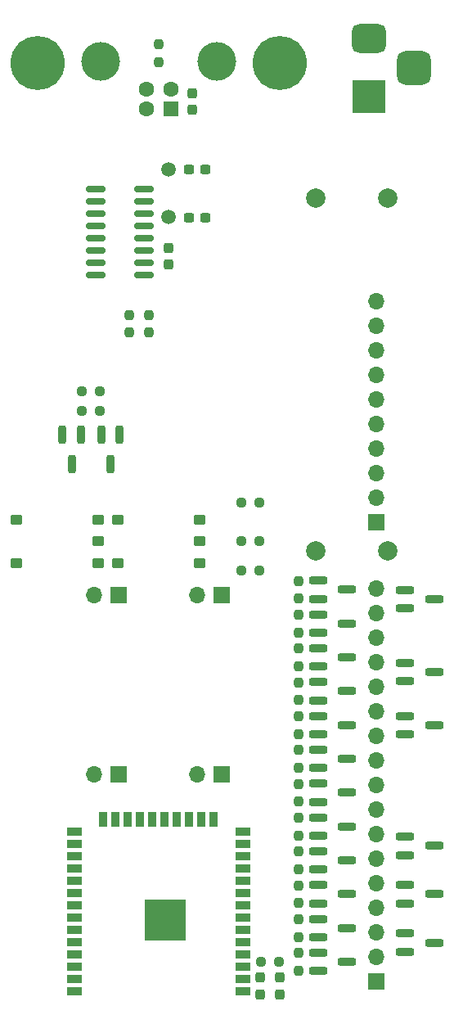
<source format=gbr>
%TF.GenerationSoftware,KiCad,Pcbnew,7.0.10-7.0.10~ubuntu20.04.1*%
%TF.CreationDate,2024-07-23T03:20:51+03:00*%
%TF.ProjectId,Dot-Matrix-Terminal,446f742d-4d61-4747-9269-782d5465726d,rev?*%
%TF.SameCoordinates,PX5f5e100PY8f0d180*%
%TF.FileFunction,Soldermask,Top*%
%TF.FilePolarity,Negative*%
%FSLAX46Y46*%
G04 Gerber Fmt 4.6, Leading zero omitted, Abs format (unit mm)*
G04 Created by KiCad (PCBNEW 7.0.10-7.0.10~ubuntu20.04.1) date 2024-07-23 03:20:51*
%MOMM*%
%LPD*%
G01*
G04 APERTURE LIST*
G04 Aperture macros list*
%AMRoundRect*
0 Rectangle with rounded corners*
0 $1 Rounding radius*
0 $2 $3 $4 $5 $6 $7 $8 $9 X,Y pos of 4 corners*
0 Add a 4 corners polygon primitive as box body*
4,1,4,$2,$3,$4,$5,$6,$7,$8,$9,$2,$3,0*
0 Add four circle primitives for the rounded corners*
1,1,$1+$1,$2,$3*
1,1,$1+$1,$4,$5*
1,1,$1+$1,$6,$7*
1,1,$1+$1,$8,$9*
0 Add four rect primitives between the rounded corners*
20,1,$1+$1,$2,$3,$4,$5,0*
20,1,$1+$1,$4,$5,$6,$7,0*
20,1,$1+$1,$6,$7,$8,$9,0*
20,1,$1+$1,$8,$9,$2,$3,0*%
G04 Aperture macros list end*
%ADD10C,2.000000*%
%ADD11RoundRect,0.200000X-0.750000X-0.200000X0.750000X-0.200000X0.750000X0.200000X-0.750000X0.200000X0*%
%ADD12RoundRect,0.237500X-0.237500X0.250000X-0.237500X-0.250000X0.237500X-0.250000X0.237500X0.250000X0*%
%ADD13RoundRect,0.150000X0.450000X0.350000X-0.450000X0.350000X-0.450000X-0.350000X0.450000X-0.350000X0*%
%ADD14RoundRect,0.237500X-0.237500X0.300000X-0.237500X-0.300000X0.237500X-0.300000X0.237500X0.300000X0*%
%ADD15RoundRect,0.237500X-0.250000X-0.237500X0.250000X-0.237500X0.250000X0.237500X-0.250000X0.237500X0*%
%ADD16RoundRect,0.237500X0.250000X0.237500X-0.250000X0.237500X-0.250000X-0.237500X0.250000X-0.237500X0*%
%ADD17RoundRect,0.237500X-0.300000X-0.237500X0.300000X-0.237500X0.300000X0.237500X-0.300000X0.237500X0*%
%ADD18O,1.700000X1.700000*%
%ADD19R,1.700000X1.700000*%
%ADD20RoundRect,0.237500X0.237500X-0.250000X0.237500X0.250000X-0.237500X0.250000X-0.237500X-0.250000X0*%
%ADD21C,5.600000*%
%ADD22C,0.600000*%
%ADD23R,4.200000X4.200000*%
%ADD24R,1.500000X0.900000*%
%ADD25R,0.900000X1.500000*%
%ADD26RoundRect,0.200000X-0.200000X0.750000X-0.200000X-0.750000X0.200000X-0.750000X0.200000X0.750000X0*%
%ADD27RoundRect,0.150000X0.825000X0.150000X-0.825000X0.150000X-0.825000X-0.150000X0.825000X-0.150000X0*%
%ADD28RoundRect,0.237500X0.237500X-0.300000X0.237500X0.300000X-0.237500X0.300000X-0.237500X-0.300000X0*%
%ADD29RoundRect,0.875000X-0.875000X0.875000X-0.875000X-0.875000X0.875000X-0.875000X0.875000X0.875000X0*%
%ADD30RoundRect,0.750000X-1.000000X0.750000X-1.000000X-0.750000X1.000000X-0.750000X1.000000X0.750000X0*%
%ADD31R,3.500000X3.500000*%
%ADD32C,4.000000*%
%ADD33C,1.600000*%
%ADD34R,1.600000X1.600000*%
%ADD35C,1.500000*%
G04 APERTURE END LIST*
D10*
%TO.C,C7*%
X36250000Y83500000D03*
X43750000Y83500000D03*
%TD*%
D11*
%TO.C,D6*%
X48500000Y42000000D03*
X45500000Y41050000D03*
X45500000Y42950000D03*
%TD*%
D12*
%TO.C,R4*%
X34500000Y14087500D03*
X34500000Y15912500D03*
%TD*%
%TO.C,R6*%
X34500000Y21087500D03*
X34500000Y22912500D03*
%TD*%
D11*
%TO.C,Q4*%
X39500000Y15000000D03*
X36500000Y14050000D03*
X36500000Y15950000D03*
%TD*%
D13*
%TO.C,SW1*%
X13700000Y48000000D03*
X5300000Y50250000D03*
X13700000Y50250000D03*
X5300000Y45750000D03*
X13700000Y45750000D03*
%TD*%
D14*
%TO.C,C4*%
X20999999Y76637500D03*
X20999999Y78362500D03*
%TD*%
D11*
%TO.C,Q11*%
X39499999Y39500000D03*
X36499999Y38550000D03*
X36499999Y40450000D03*
%TD*%
%TO.C,Q7*%
X39500000Y25500000D03*
X36500000Y24550000D03*
X36500000Y26450000D03*
%TD*%
D12*
%TO.C,R8*%
X34499999Y28087500D03*
X34499999Y29912500D03*
%TD*%
D15*
%TO.C,R15*%
X30412500Y45000000D03*
X28587500Y45000000D03*
%TD*%
D16*
%TO.C,R14*%
X28587500Y52000000D03*
X30412500Y52000000D03*
%TD*%
D12*
%TO.C,R11*%
X34499999Y38587500D03*
X34499999Y40412500D03*
%TD*%
D17*
%TO.C,C1*%
X24862500Y86499999D03*
X23137500Y86499999D03*
%TD*%
D12*
%TO.C,R1*%
X34500000Y7087500D03*
X34500000Y8912500D03*
%TD*%
D18*
%TO.C,J8*%
X23946000Y23860999D03*
D19*
X26486000Y23860999D03*
%TD*%
D11*
%TO.C,Q8*%
X39500000Y29000000D03*
X36500000Y28050000D03*
X36500000Y29950000D03*
%TD*%
D14*
%TO.C,C5*%
X30500000Y1137500D03*
X30500000Y2862500D03*
%TD*%
D12*
%TO.C,R7*%
X34500000Y24587500D03*
X34500000Y26412500D03*
%TD*%
D15*
%TO.C,R16*%
X32412500Y4500000D03*
X30587500Y4500000D03*
%TD*%
D11*
%TO.C,Q6*%
X39500000Y22000000D03*
X36500000Y21050000D03*
X36500000Y22950000D03*
%TD*%
D17*
%TO.C,C2*%
X24862500Y81499999D03*
X23137500Y81499999D03*
%TD*%
D11*
%TO.C,D3*%
X48500000Y16500000D03*
X45500000Y15550000D03*
X45500000Y17450000D03*
%TD*%
%TO.C,D2*%
X48500000Y11500000D03*
X45500000Y10550000D03*
X45500000Y12450000D03*
%TD*%
D14*
%TO.C,C6*%
X32500000Y1137500D03*
X32500000Y2862500D03*
%TD*%
D12*
%TO.C,R10*%
X34500000Y35087501D03*
X34500000Y36912501D03*
%TD*%
D15*
%TO.C,R19*%
X13912500Y61500000D03*
X12087500Y61500000D03*
%TD*%
D18*
%TO.C,J6*%
X23945999Y42402998D03*
D19*
X26485999Y42402998D03*
%TD*%
D20*
%TO.C,R21*%
X17000000Y71412500D03*
X17000000Y69587500D03*
%TD*%
D18*
%TO.C,J4*%
X13278000Y23860999D03*
D19*
X15818000Y23860999D03*
%TD*%
D21*
%TO.C,H1*%
X32500000Y97500000D03*
%TD*%
D22*
%TO.C,U1*%
X19155000Y9602500D03*
X19155000Y8077500D03*
X19917500Y10365000D03*
X19917500Y8840000D03*
X19917500Y7315000D03*
X20680000Y9602500D03*
D23*
X20680000Y8840000D03*
D22*
X20680000Y8077500D03*
X21442500Y10365000D03*
X21442500Y8840000D03*
X21442500Y7315000D03*
X22205000Y9602500D03*
X22205000Y8077500D03*
D24*
X11250000Y1500000D03*
X11250000Y2770000D03*
X11250000Y4040000D03*
X11250000Y5310000D03*
X11250000Y6580000D03*
X11250000Y7850000D03*
X11250000Y9120000D03*
X11250000Y10390000D03*
X11250000Y11660000D03*
X11250000Y12930000D03*
X11250000Y14200000D03*
X11250000Y15470000D03*
X11250000Y16740000D03*
X11250000Y18010000D03*
D25*
X14280000Y19260000D03*
X15550000Y19260000D03*
X16820000Y19260000D03*
X18090000Y19260000D03*
X19360000Y19260000D03*
X20630000Y19260000D03*
X21900000Y19260000D03*
X23170000Y19260000D03*
X24440000Y19260000D03*
X25710000Y19260000D03*
D24*
X28750000Y18010000D03*
X28750000Y16740000D03*
X28750000Y15470000D03*
X28750000Y14200000D03*
X28750000Y12930000D03*
X28750000Y11660000D03*
X28750000Y10390000D03*
X28750000Y9120000D03*
X28750000Y7850000D03*
X28750000Y6580000D03*
X28750000Y5310000D03*
X28750000Y4040000D03*
X28750000Y2770000D03*
X28750000Y1500000D03*
%TD*%
D11*
%TO.C,D4*%
X48500000Y29000000D03*
X45500000Y28050000D03*
X45500000Y29950000D03*
%TD*%
D26*
%TO.C,Q14*%
X10999999Y56000000D03*
X10049999Y59000000D03*
X11949999Y59000000D03*
%TD*%
D20*
%TO.C,R20*%
X19000000Y71412500D03*
X19000000Y69587500D03*
%TD*%
D12*
%TO.C,R9*%
X34500000Y31587501D03*
X34500000Y33412501D03*
%TD*%
D11*
%TO.C,Q9*%
X39500000Y32500000D03*
X36500000Y31550000D03*
X36500000Y33450000D03*
%TD*%
D15*
%TO.C,R13*%
X30412499Y48000000D03*
X28587499Y48000000D03*
%TD*%
D12*
%TO.C,R3*%
X34500000Y10587500D03*
X34500000Y12412500D03*
%TD*%
%TO.C,R5*%
X34500000Y17587500D03*
X34500000Y19412500D03*
%TD*%
D26*
%TO.C,Q15*%
X15000000Y56000000D03*
X14050000Y59000000D03*
X15950000Y59000000D03*
%TD*%
D10*
%TO.C,C8*%
X36250000Y47000000D03*
X43750000Y47000000D03*
%TD*%
D11*
%TO.C,Q12*%
X39500000Y43000000D03*
X36500000Y42050000D03*
X36500000Y43950000D03*
%TD*%
D27*
%TO.C,U2*%
X13524999Y75555000D03*
X13524999Y76825000D03*
X13524999Y78095000D03*
X13524999Y79365000D03*
X13524999Y80635000D03*
X13524999Y81905000D03*
X13524999Y83175000D03*
X13524999Y84445000D03*
X18474999Y84445000D03*
X18474999Y83175000D03*
X18474999Y81905000D03*
X18474999Y80635000D03*
X18474999Y79365000D03*
X18474999Y78095000D03*
X18474999Y76825000D03*
X18474999Y75555000D03*
%TD*%
D13*
%TO.C,SW2*%
X24200000Y48000000D03*
X15800000Y50250000D03*
X24200000Y50250000D03*
X15800000Y45750000D03*
X24200000Y45750000D03*
%TD*%
D18*
%TO.C,J7*%
X13277999Y42402998D03*
D19*
X15817999Y42402998D03*
%TD*%
D11*
%TO.C,Q2*%
X39500000Y8000000D03*
X36500000Y7050000D03*
X36500000Y8950000D03*
%TD*%
D20*
%TO.C,R17*%
X20000000Y99412500D03*
X20000000Y97587500D03*
%TD*%
D11*
%TO.C,Q1*%
X39500000Y4500000D03*
X36500000Y3550000D03*
X36500000Y5450000D03*
%TD*%
D16*
%TO.C,R18*%
X12087500Y63500000D03*
X13912500Y63500000D03*
%TD*%
D12*
%TO.C,R2*%
X34499999Y3587500D03*
X34499999Y5412500D03*
%TD*%
D11*
%TO.C,Q3*%
X39500000Y11500000D03*
X36500000Y10550000D03*
X36500000Y12450000D03*
%TD*%
%TO.C,D1*%
X48500000Y6500000D03*
X45500000Y5550000D03*
X45500000Y7450000D03*
%TD*%
%TO.C,Q5*%
X39500000Y18500000D03*
X36500000Y17550000D03*
X36500000Y19450000D03*
%TD*%
D28*
%TO.C,C3*%
X23500000Y94362500D03*
X23500000Y92637500D03*
%TD*%
D21*
%TO.C,H2*%
X7500000Y97500000D03*
%TD*%
D11*
%TO.C,Q10*%
X39500000Y36000001D03*
X36500000Y35050001D03*
X36500000Y36950001D03*
%TD*%
D12*
%TO.C,R12*%
X34499999Y42087500D03*
X34499999Y43912500D03*
%TD*%
D11*
%TO.C,D5*%
X48500000Y34500000D03*
X45500000Y33550000D03*
X45500000Y35450000D03*
%TD*%
D18*
%TO.C,J3*%
X42500000Y72860000D03*
X42500000Y70320000D03*
X42500000Y67780000D03*
X42500000Y65240000D03*
X42500000Y62700000D03*
X42500000Y60160000D03*
X42500000Y57620000D03*
X42500000Y55080000D03*
X42500000Y52540000D03*
D19*
X42500000Y50000000D03*
%TD*%
D29*
%TO.C,J5*%
X46450000Y97000000D03*
D30*
X41750000Y100000000D03*
D31*
X41750000Y94000000D03*
%TD*%
D32*
%TO.C,J1*%
X26000000Y97610000D03*
X14000000Y97610000D03*
D33*
X21250000Y94750000D03*
X18750000Y94750000D03*
X18750000Y92750000D03*
D34*
X21250000Y92750000D03*
%TD*%
D18*
%TO.C,J2*%
X42500001Y43140000D03*
X42500001Y40600000D03*
X42500001Y38060000D03*
X42500001Y35520000D03*
X42500001Y32980000D03*
X42500001Y30440000D03*
X42500001Y27900000D03*
X42500001Y25360000D03*
X42500001Y22820000D03*
X42500001Y20280000D03*
X42500001Y17740000D03*
X42500001Y15200000D03*
X42500001Y12660000D03*
X42500001Y10120000D03*
X42500001Y7580000D03*
X42500001Y5040000D03*
D19*
X42500001Y2500000D03*
%TD*%
D35*
%TO.C,Y1*%
X21000000Y86430001D03*
X21000000Y81550001D03*
%TD*%
M02*

</source>
